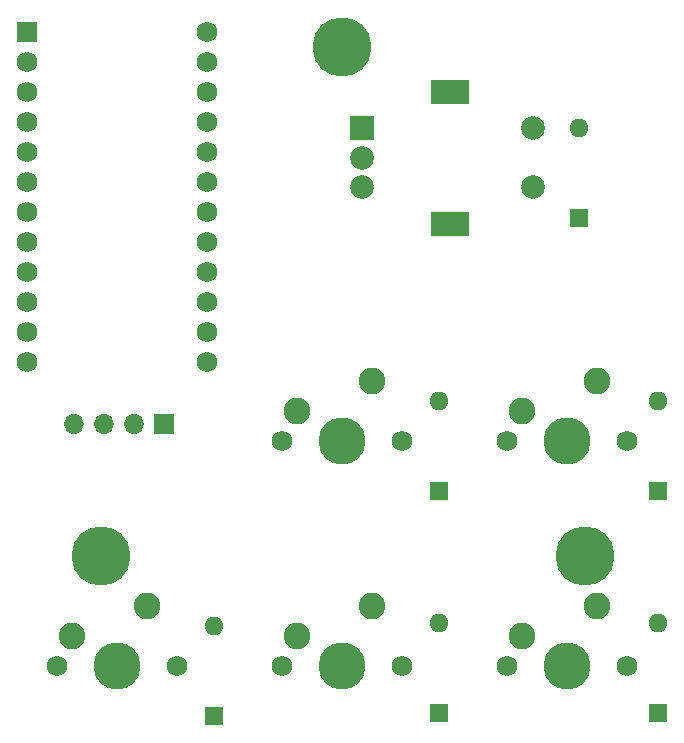
<source format=gbr>
%TF.GenerationSoftware,KiCad,Pcbnew,(6.0.0-rc1-291-g863699f2d1)*%
%TF.CreationDate,2021-12-02T17:31:09-06:00*%
%TF.ProjectId,Kinetic.Pad,4b696e65-7469-4632-9e50-61642e6b6963,rev?*%
%TF.SameCoordinates,Original*%
%TF.FileFunction,Soldermask,Bot*%
%TF.FilePolarity,Negative*%
%FSLAX46Y46*%
G04 Gerber Fmt 4.6, Leading zero omitted, Abs format (unit mm)*
G04 Created by KiCad (PCBNEW (6.0.0-rc1-291-g863699f2d1)) date 2021-12-02 17:31:09*
%MOMM*%
%LPD*%
G01*
G04 APERTURE LIST*
%ADD10C,1.750000*%
%ADD11C,3.987800*%
%ADD12C,2.250000*%
%ADD13R,3.200000X2.000000*%
%ADD14R,2.000000X2.000000*%
%ADD15C,2.000000*%
%ADD16R,1.700000X1.700000*%
%ADD17O,1.700000X1.700000*%
%ADD18R,1.752600X1.752600*%
%ADD19C,1.752600*%
%ADD20C,5.000000*%
%ADD21R,1.600000X1.600000*%
%ADD22O,1.600000X1.600000*%
G04 APERTURE END LIST*
D10*
%TO.C,MX3*%
X242570000Y-76200000D03*
D11*
X237490000Y-76200000D03*
D10*
X232410000Y-76200000D03*
D12*
X233680000Y-73660000D03*
X240030000Y-71120000D03*
%TD*%
D10*
%TO.C,MX4*%
X261620000Y-57150000D03*
D11*
X256540000Y-57150000D03*
D10*
X251460000Y-57150000D03*
D12*
X252730000Y-54610000D03*
X259080000Y-52070000D03*
%TD*%
D13*
%TO.C,SW1*%
X246684800Y-38747000D03*
X246684800Y-27547000D03*
D14*
X239184800Y-30647000D03*
D15*
X239184800Y-35647000D03*
X239184800Y-33147000D03*
X253684800Y-35647000D03*
X253684800Y-30647000D03*
%TD*%
D10*
%TO.C,MX2*%
X232410000Y-57150000D03*
X242570000Y-57150000D03*
D11*
X237490000Y-57150000D03*
D12*
X233680000Y-54610000D03*
X240030000Y-52070000D03*
%TD*%
D11*
%TO.C,MX5*%
X256540000Y-76200000D03*
D10*
X261620000Y-76200000D03*
X251460000Y-76200000D03*
D12*
X252730000Y-73660000D03*
X259080000Y-71120000D03*
%TD*%
D16*
%TO.C,OLED*%
X222473000Y-55677000D03*
D17*
X219933000Y-55677000D03*
X217393000Y-55677000D03*
X214853000Y-55677000D03*
%TD*%
D18*
%TO.C,U1*%
X210820000Y-22479000D03*
D19*
X210820000Y-25019000D03*
X210820000Y-27559000D03*
X210820000Y-30099000D03*
X210820000Y-32639000D03*
X210820000Y-35179000D03*
X210820000Y-37719000D03*
X210820000Y-40259000D03*
X210820000Y-42799000D03*
X210820000Y-45339000D03*
X210820000Y-47879000D03*
X210820000Y-50419000D03*
X226060000Y-50419000D03*
X226060000Y-47879000D03*
X226060000Y-45339000D03*
X226060000Y-42799000D03*
X226060000Y-40259000D03*
X226060000Y-37719000D03*
X226060000Y-35179000D03*
X226060000Y-32639000D03*
X226060000Y-30099000D03*
X226060000Y-27559000D03*
X226060000Y-25019000D03*
X226060000Y-22479000D03*
%TD*%
D10*
%TO.C,MX1*%
X223520000Y-76200000D03*
X213360000Y-76200000D03*
D11*
X218440000Y-76200000D03*
D12*
X214630000Y-73660000D03*
X220980000Y-71120000D03*
%TD*%
D20*
%TO.C,H1*%
X237490000Y-23749000D03*
%TD*%
%TO.C,H2*%
X217106500Y-66865500D03*
%TD*%
%TO.C,H3*%
X258127500Y-66865500D03*
%TD*%
D21*
%TO.C,D3*%
X226695000Y-80391000D03*
D22*
X226695000Y-72771000D03*
%TD*%
D21*
%TO.C,D5*%
X245745000Y-61341000D03*
D22*
X245745000Y-53721000D03*
%TD*%
D21*
%TO.C,D6*%
X245745000Y-80137000D03*
D22*
X245745000Y-72517000D03*
%TD*%
D21*
%TO.C,D8*%
X264287000Y-61341000D03*
D22*
X264287000Y-53721000D03*
%TD*%
D21*
%TO.C,D7*%
X257556000Y-38277800D03*
D22*
X257556000Y-30657800D03*
%TD*%
D21*
%TO.C,D9*%
X264287000Y-80137000D03*
D22*
X264287000Y-72517000D03*
%TD*%
M02*

</source>
